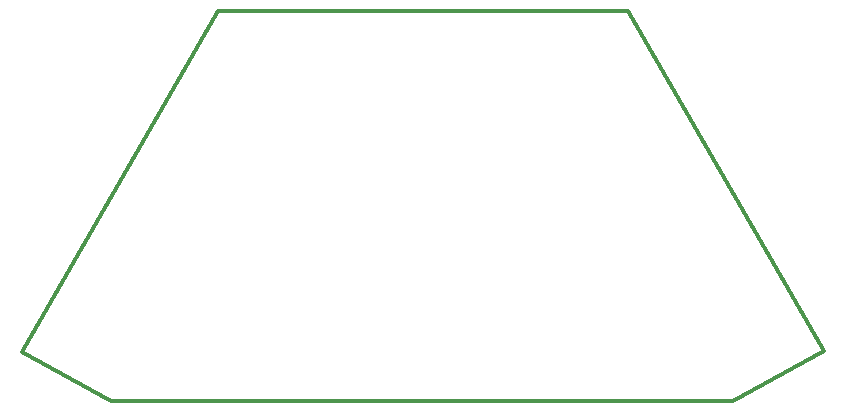
<source format=gko>
%FSLAX44Y44*%
%MOMM*%
G71*
G01*
G75*
G04 Layer_Color=16711935*
%ADD10C,0.2540*%
%ADD11C,0.2000*%
%ADD12C,0.5000*%
%ADD13C,1.2000*%
%ADD14C,4.7600*%
%ADD15R,1.6900X1.6900*%
%ADD16C,1.6900*%
%ADD17C,0.8000*%
%ADD18R,0.8000X0.9000*%
%ADD19R,0.9000X0.8000*%
%ADD20O,0.6000X2.2000*%
%ADD21C,0.4000*%
%ADD22C,0.7000*%
%ADD23C,0.2500*%
%ADD24C,0.1500*%
%ADD25C,1.4032*%
%ADD26C,4.9632*%
%ADD27R,1.8932X1.8932*%
%ADD28C,1.8932*%
%ADD29C,1.0032*%
%ADD30R,1.0032X1.1032*%
%ADD31R,1.1032X1.0032*%
%ADD32O,0.8032X2.4032*%
%ADD33C,0.3000*%
D33*
X90929Y330300D02*
X437333D01*
X526707Y0D02*
X603412Y42808D01*
X-75468Y42120D02*
X90929Y330300D01*
X437333D02*
X603352Y42774D01*
X0Y0D02*
X526707D01*
X-75358Y42057D02*
X0Y0D01*
M02*

</source>
